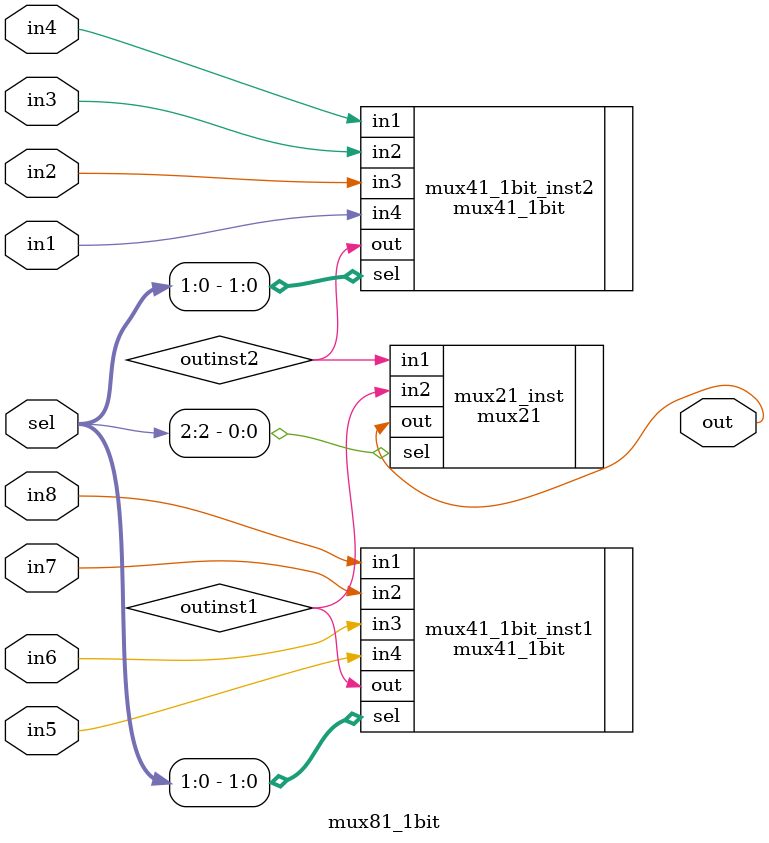
<source format=v>
module mux81_1bit(out,in1,in2,in3,in4,in5,in6,in7,in8,sel);

	output wire out;
	input wire [2:0] sel;
	input wire in1,in2,in3,in4,in5,in6,in7,in8;
	wire outinst1,outinst2;
mux41_1bit mux41_1bit_inst1(
	.out(outinst1),
	.in1(in8),
	.in2(in7),
	.in3(in6),
	.in4(in5),
	.sel(sel[1:0])
);
mux41_1bit mux41_1bit_inst2(
	.out(outinst2),
	.in1(in4),
	.in2(in3),
	.in3(in2),
	.in4(in1),
	.sel(sel[1:0])
);
mux21 mux21_inst(
	.out(out),
	.in1(outinst2),
	.in2(outinst1),
	.sel(sel[2])
);
endmodule

</source>
